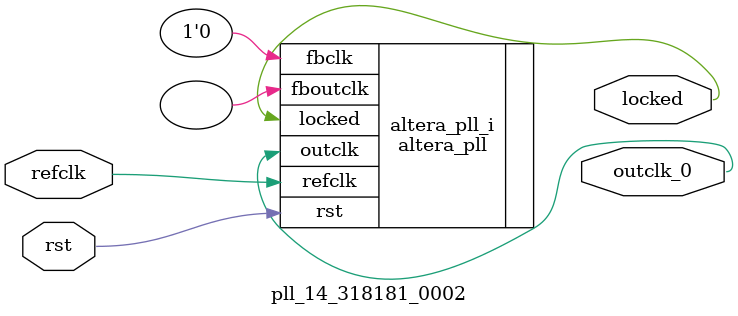
<source format=v>
`timescale 1ns/10ps
module  pll_14_318181_0002(

	// interface 'refclk'
	input wire refclk,

	// interface 'reset'
	input wire rst,

	// interface 'outclk0'
	output wire outclk_0,

	// interface 'locked'
	output wire locked
);

	altera_pll #(
		.fractional_vco_multiplier("false"),
		.reference_clock_frequency("50.0 MHz"),
		.operation_mode("direct"),
		.number_of_clocks(1),
		.output_clock_frequency0("14.318181 MHz"),
		.phase_shift0("0 ps"),
		.duty_cycle0(50),
		.output_clock_frequency1("0 MHz"),
		.phase_shift1("0 ps"),
		.duty_cycle1(50),
		.output_clock_frequency2("0 MHz"),
		.phase_shift2("0 ps"),
		.duty_cycle2(50),
		.output_clock_frequency3("0 MHz"),
		.phase_shift3("0 ps"),
		.duty_cycle3(50),
		.output_clock_frequency4("0 MHz"),
		.phase_shift4("0 ps"),
		.duty_cycle4(50),
		.output_clock_frequency5("0 MHz"),
		.phase_shift5("0 ps"),
		.duty_cycle5(50),
		.output_clock_frequency6("0 MHz"),
		.phase_shift6("0 ps"),
		.duty_cycle6(50),
		.output_clock_frequency7("0 MHz"),
		.phase_shift7("0 ps"),
		.duty_cycle7(50),
		.output_clock_frequency8("0 MHz"),
		.phase_shift8("0 ps"),
		.duty_cycle8(50),
		.output_clock_frequency9("0 MHz"),
		.phase_shift9("0 ps"),
		.duty_cycle9(50),
		.output_clock_frequency10("0 MHz"),
		.phase_shift10("0 ps"),
		.duty_cycle10(50),
		.output_clock_frequency11("0 MHz"),
		.phase_shift11("0 ps"),
		.duty_cycle11(50),
		.output_clock_frequency12("0 MHz"),
		.phase_shift12("0 ps"),
		.duty_cycle12(50),
		.output_clock_frequency13("0 MHz"),
		.phase_shift13("0 ps"),
		.duty_cycle13(50),
		.output_clock_frequency14("0 MHz"),
		.phase_shift14("0 ps"),
		.duty_cycle14(50),
		.output_clock_frequency15("0 MHz"),
		.phase_shift15("0 ps"),
		.duty_cycle15(50),
		.output_clock_frequency16("0 MHz"),
		.phase_shift16("0 ps"),
		.duty_cycle16(50),
		.output_clock_frequency17("0 MHz"),
		.phase_shift17("0 ps"),
		.duty_cycle17(50),
		.pll_type("General"),
		.pll_subtype("General")
	) altera_pll_i (
		.rst	(rst),
		.outclk	({outclk_0}),
		.locked	(locked),
		.fboutclk	( ),
		.fbclk	(1'b0),
		.refclk	(refclk)
	);
endmodule


</source>
